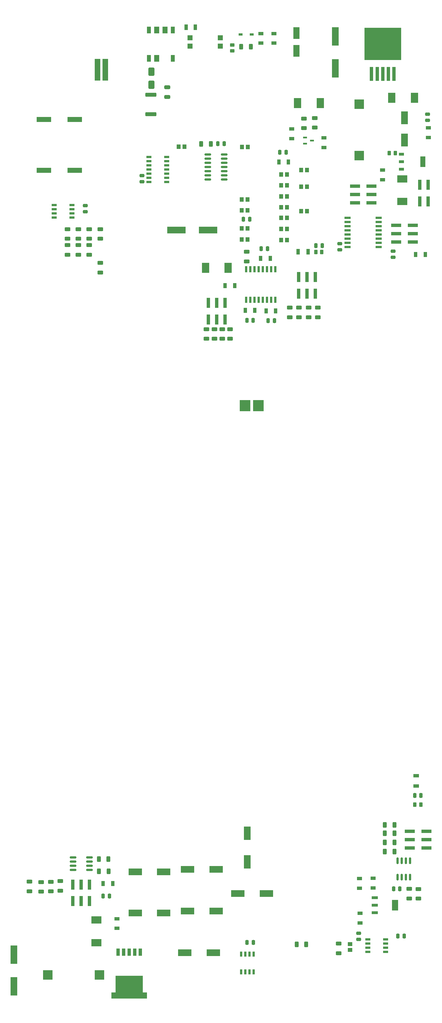
<source format=gtp>
G04 #@! TF.GenerationSoftware,KiCad,Pcbnew,9.0.3*
G04 #@! TF.CreationDate,2025-10-08T14:24:11+02:00*
G04 #@! TF.ProjectId,LLC_DCDC_V4,4c4c435f-4443-4444-935f-56342e6b6963,rev?*
G04 #@! TF.SameCoordinates,Original*
G04 #@! TF.FileFunction,Paste,Top*
G04 #@! TF.FilePolarity,Positive*
%FSLAX46Y46*%
G04 Gerber Fmt 4.6, Leading zero omitted, Abs format (unit mm)*
G04 Created by KiCad (PCBNEW 9.0.3) date 2025-10-08 14:24:11*
%MOMM*%
%LPD*%
G01*
G04 APERTURE LIST*
G04 Aperture macros list*
%AMRoundRect*
0 Rectangle with rounded corners*
0 $1 Rounding radius*
0 $2 $3 $4 $5 $6 $7 $8 $9 X,Y pos of 4 corners*
0 Add a 4 corners polygon primitive as box body*
4,1,4,$2,$3,$4,$5,$6,$7,$8,$9,$2,$3,0*
0 Add four circle primitives for the rounded corners*
1,1,$1+$1,$2,$3*
1,1,$1+$1,$4,$5*
1,1,$1+$1,$6,$7*
1,1,$1+$1,$8,$9*
0 Add four rect primitives between the rounded corners*
20,1,$1+$1,$2,$3,$4,$5,0*
20,1,$1+$1,$4,$5,$6,$7,0*
20,1,$1+$1,$6,$7,$8,$9,0*
20,1,$1+$1,$8,$9,$2,$3,0*%
G04 Aperture macros list end*
%ADD10RoundRect,0.250000X-0.312500X-0.625000X0.312500X-0.625000X0.312500X0.625000X-0.312500X0.625000X0*%
%ADD11R,3.150000X2.250000*%
%ADD12R,4.100000X2.000000*%
%ADD13R,1.600000X1.050000*%
%ADD14RoundRect,0.250000X0.625000X-0.312500X0.625000X0.312500X-0.625000X0.312500X-0.625000X-0.312500X0*%
%ADD15R,2.050000X4.000000*%
%ADD16RoundRect,0.250000X-0.250000X-0.475000X0.250000X-0.475000X0.250000X0.475000X-0.250000X0.475000X0*%
%ADD17RoundRect,0.250000X-0.262500X-0.450000X0.262500X-0.450000X0.262500X0.450000X-0.262500X0.450000X0*%
%ADD18R,1.500000X0.650000*%
%ADD19R,1.150000X1.450000*%
%ADD20R,1.050000X1.600000*%
%ADD21RoundRect,0.250000X-0.625000X0.312500X-0.625000X-0.312500X0.625000X-0.312500X0.625000X0.312500X0*%
%ADD22RoundRect,0.250000X-0.450000X0.262500X-0.450000X-0.262500X0.450000X-0.262500X0.450000X0.262500X0*%
%ADD23R,5.700000X2.000000*%
%ADD24R,3.000000X2.900000*%
%ADD25R,3.150000X1.000000*%
%ADD26R,1.000000X3.150000*%
%ADD27RoundRect,0.150000X0.825000X0.150000X-0.825000X0.150000X-0.825000X-0.150000X0.825000X-0.150000X0*%
%ADD28RoundRect,0.250000X0.250000X0.475000X-0.250000X0.475000X-0.250000X-0.475000X0.250000X-0.475000X0*%
%ADD29R,0.650000X1.528000*%
%ADD30R,2.250000X3.150000*%
%ADD31R,1.600000X1.500000*%
%ADD32RoundRect,0.250000X0.650000X-1.000000X0.650000X1.000000X-0.650000X1.000000X-0.650000X-1.000000X0*%
%ADD33R,1.050000X1.800000*%
%ADD34RoundRect,0.250000X0.312500X0.625000X-0.312500X0.625000X-0.312500X-0.625000X0.312500X-0.625000X0*%
%ADD35R,1.800000X1.050000*%
%ADD36RoundRect,0.250000X0.475000X-0.250000X0.475000X0.250000X-0.475000X0.250000X-0.475000X-0.250000X0*%
%ADD37R,2.000000X5.700000*%
%ADD38R,1.450000X1.150000*%
%ADD39R,1.950000X0.650000*%
%ADD40R,11.180000X9.910000*%
%ADD41R,1.020000X4.320000*%
%ADD42RoundRect,0.250000X0.650000X-0.325000X0.650000X0.325000X-0.650000X0.325000X-0.650000X-0.325000X0*%
%ADD43R,1.168000X2.032000*%
%ADD44R,1.524000X2.032000*%
%ADD45RoundRect,0.250000X-0.475000X0.250000X-0.475000X-0.250000X0.475000X-0.250000X0.475000X0.250000X0*%
%ADD46RoundRect,0.250000X0.262500X0.450000X-0.262500X0.450000X-0.262500X-0.450000X0.262500X-0.450000X0*%
%ADD47RoundRect,0.150000X0.150000X-0.825000X0.150000X0.825000X-0.150000X0.825000X-0.150000X-0.825000X0*%
%ADD48RoundRect,0.150000X-0.825000X-0.150000X0.825000X-0.150000X0.825000X0.150000X-0.825000X0.150000X0*%
%ADD49R,1.850000X3.550000*%
%ADD50R,1.200000X0.750000*%
%ADD51R,4.450000X1.520000*%
%ADD52R,3.250000X3.400000*%
%ADD53R,0.650000X1.850000*%
%ADD54R,2.900000X3.000000*%
%ADD55R,1.500000X3.200000*%
%ADD56R,1.500000X0.900000*%
%ADD57R,1.050000X1.820000*%
%ADD58R,1.250000X0.600000*%
%ADD59R,2.000000X4.100000*%
%ADD60R,8.330000X5.080000*%
%ADD61R,10.800000X1.910000*%
%ADD62R,1.070000X2.160000*%
%ADD63RoundRect,0.250000X1.425000X-0.362500X1.425000X0.362500X-1.425000X0.362500X-1.425000X-0.362500X0*%
%ADD64R,1.750000X6.600000*%
%ADD65R,1.525000X0.650000*%
%ADD66R,1.850000X3.200000*%
%ADD67R,1.850000X0.900000*%
G04 APERTURE END LIST*
D10*
X116102500Y-311680000D03*
X113177500Y-311680000D03*
D11*
X205630000Y-100675000D03*
X205630000Y-107575000D03*
D12*
X124210000Y-311845000D03*
X132910000Y-311845000D03*
D13*
X181710000Y-91125000D03*
X181710000Y-88175000D03*
D14*
X158190000Y-122915000D03*
X158190000Y-125840000D03*
D10*
X203235000Y-305665000D03*
X200310000Y-305665000D03*
X116072500Y-307970000D03*
X113147500Y-307970000D03*
D15*
X206290000Y-88825000D03*
X206290000Y-82125000D03*
D16*
X206190000Y-331430000D03*
X204290000Y-331430000D03*
D12*
X124210000Y-324380000D03*
X132910000Y-324380000D03*
D17*
X211262500Y-291351674D03*
X209437500Y-291351674D03*
D18*
X200520000Y-332475000D03*
X200520000Y-333745000D03*
X200520000Y-335015000D03*
X200520000Y-336285000D03*
X195120000Y-336285000D03*
X195120000Y-335015000D03*
X195120000Y-333745000D03*
X195120000Y-332475000D03*
D19*
X168710000Y-99355000D03*
X170510000Y-99355000D03*
D20*
X117405000Y-315460000D03*
X114455000Y-315460000D03*
D21*
X175650000Y-85240000D03*
X175650000Y-82315000D03*
D14*
X101390000Y-314677500D03*
X101390000Y-317602500D03*
D12*
X148850000Y-323815000D03*
X140150000Y-323815000D03*
D21*
X186250000Y-336672500D03*
X186250000Y-333747500D03*
D22*
X153810000Y-61687500D03*
X153810000Y-59862500D03*
D23*
X136740000Y-116275000D03*
X146440000Y-116275000D03*
D21*
X106880000Y-123792500D03*
X106880000Y-120867500D03*
D24*
X97600000Y-343290000D03*
X113300000Y-343290000D03*
D10*
X203235000Y-297525000D03*
X200310000Y-297525000D03*
D25*
X207892500Y-299495000D03*
X212942500Y-299495000D03*
X207892500Y-302035000D03*
X212942500Y-302035000D03*
X207892500Y-304575000D03*
X212942500Y-304575000D03*
D14*
X103570000Y-120867500D03*
X103570000Y-123792500D03*
D26*
X105170000Y-320780000D03*
X105170000Y-315730000D03*
X107710000Y-320780000D03*
X107710000Y-315730000D03*
X110250000Y-320780000D03*
X110250000Y-315730000D03*
D12*
X148850000Y-311105000D03*
X140150000Y-311105000D03*
D21*
X174150000Y-142845000D03*
X174150000Y-139920000D03*
D19*
X168710000Y-106025000D03*
X170510000Y-106025000D03*
D21*
X210530000Y-320012500D03*
X210530000Y-317087500D03*
D27*
X105285000Y-311270000D03*
X105285000Y-310000000D03*
X105285000Y-308730000D03*
X105285000Y-307460000D03*
X110235000Y-307460000D03*
X110235000Y-308730000D03*
X110235000Y-310000000D03*
X110235000Y-311270000D03*
D14*
X153150000Y-146507500D03*
X153150000Y-149432500D03*
D21*
X106880000Y-118942500D03*
X106880000Y-116017500D03*
D14*
X148340000Y-146507500D03*
X148340000Y-149432500D03*
D28*
X164739000Y-143874000D03*
X166639000Y-143874000D03*
D29*
X156495000Y-336919000D03*
X157765000Y-336919000D03*
X159035000Y-336919000D03*
X160305000Y-336919000D03*
X160305000Y-342341000D03*
X159035000Y-342341000D03*
X157765000Y-342341000D03*
X156495000Y-342341000D03*
D30*
X209310000Y-75985000D03*
X202410000Y-75985000D03*
D31*
X140920000Y-60245000D03*
X140920000Y-57705000D03*
X150140000Y-57705000D03*
X150140000Y-60245000D03*
D32*
X129170000Y-68032500D03*
X129170000Y-72032500D03*
D21*
X113610000Y-129220000D03*
X113610000Y-126295000D03*
X178910000Y-85090000D03*
X178910000Y-82165000D03*
D28*
X179290000Y-121025000D03*
X181190000Y-121025000D03*
D20*
X162435000Y-124885000D03*
X165385000Y-124885000D03*
D28*
X158260000Y-143815000D03*
X160160000Y-143815000D03*
D19*
X156660000Y-110270000D03*
X158460000Y-110270000D03*
D10*
X147260000Y-90052500D03*
X144335000Y-90052500D03*
D14*
X179850000Y-139920000D03*
X179850000Y-142845000D03*
D33*
X176930000Y-122855000D03*
X173830000Y-122855000D03*
D21*
X91990000Y-317762500D03*
X91990000Y-314837500D03*
D34*
X200310000Y-300065000D03*
X203235000Y-300065000D03*
D35*
X209820000Y-285690000D03*
X209820000Y-282590000D03*
D19*
X156760000Y-90982500D03*
X158560000Y-90982500D03*
D13*
X196710000Y-313835000D03*
X196710000Y-316785000D03*
D16*
X116350000Y-319230000D03*
X114450000Y-319230000D03*
D18*
X104950000Y-108670000D03*
X104950000Y-109940000D03*
X104950000Y-111210000D03*
X104950000Y-112480000D03*
X99550000Y-112480000D03*
X99550000Y-111210000D03*
X99550000Y-109940000D03*
X99550000Y-108670000D03*
D36*
X202780000Y-122705000D03*
X202780000Y-124605000D03*
D30*
X173710000Y-77625000D03*
X180610000Y-77625000D03*
D37*
X87220000Y-337080000D03*
X87220000Y-346780000D03*
D19*
X156660000Y-115780000D03*
X158460000Y-115780000D03*
D25*
X196240000Y-108025000D03*
X191190000Y-108025000D03*
X196240000Y-105485000D03*
X191190000Y-105485000D03*
X196240000Y-102945000D03*
X191190000Y-102945000D03*
D38*
X189660000Y-335650000D03*
X189660000Y-333850000D03*
D25*
X208810000Y-119895000D03*
X203760000Y-119895000D03*
X208810000Y-117355000D03*
X203760000Y-117355000D03*
X208810000Y-114815000D03*
X203760000Y-114815000D03*
D19*
X170470000Y-112540000D03*
X168670000Y-112540000D03*
D28*
X168310000Y-92615000D03*
X170210000Y-92615000D03*
D14*
X150740000Y-146507500D03*
X150740000Y-149432500D03*
X110190000Y-120867500D03*
X110190000Y-123792500D03*
D34*
X156537500Y-60445000D03*
X159462500Y-60445000D03*
D26*
X213470000Y-102510000D03*
X213470000Y-107560000D03*
X210930000Y-102510000D03*
X210930000Y-107560000D03*
D14*
X110190000Y-116017500D03*
X110190000Y-118942500D03*
D36*
X126290000Y-99665000D03*
X126290000Y-101565000D03*
D39*
X188966000Y-121481000D03*
X188966000Y-120211000D03*
X188966000Y-118941000D03*
X188966000Y-117671000D03*
X188966000Y-116401000D03*
X188966000Y-115131000D03*
X188966000Y-113861000D03*
X188966000Y-112591000D03*
X198416000Y-112591000D03*
X198416000Y-113861000D03*
X198416000Y-115131000D03*
X198416000Y-116401000D03*
X198416000Y-117671000D03*
X198416000Y-118941000D03*
X198416000Y-120211000D03*
X198416000Y-121481000D03*
D21*
X113610000Y-118942500D03*
X113610000Y-116017500D03*
D20*
X164090000Y-140955000D03*
X167040000Y-140955000D03*
D40*
X199650000Y-59580000D03*
D41*
X203050000Y-68725000D03*
X201350000Y-68725000D03*
X199650000Y-68725000D03*
X197950000Y-68725000D03*
X196250000Y-68725000D03*
D13*
X192780000Y-327415000D03*
X192780000Y-324465000D03*
D42*
X133950000Y-72750000D03*
X133950000Y-75700000D03*
D36*
X213350000Y-80975000D03*
X213350000Y-82875000D03*
D10*
X176340000Y-333970000D03*
X173415000Y-333970000D03*
D43*
X128428000Y-55355000D03*
D44*
X130790000Y-55355000D03*
X133330000Y-55355000D03*
D43*
X135692000Y-55355000D03*
X135692000Y-63991000D03*
D44*
X130790000Y-63991000D03*
D43*
X128428000Y-63991000D03*
D20*
X157735000Y-140725000D03*
X160685000Y-140725000D03*
D45*
X109040000Y-110735000D03*
X109040000Y-108835000D03*
D19*
X168710000Y-102695000D03*
X170510000Y-102695000D03*
D13*
X213570000Y-88075000D03*
X213570000Y-85125000D03*
X166490000Y-56400000D03*
X166490000Y-59350000D03*
D46*
X179260000Y-123005000D03*
X181085000Y-123005000D03*
X201649500Y-92830000D03*
X203474500Y-92830000D03*
D19*
X137460000Y-90875000D03*
X139260000Y-90875000D03*
D16*
X204860000Y-317060000D03*
X202960000Y-317060000D03*
D20*
X209660000Y-123755000D03*
X212610000Y-123755000D03*
D47*
X204197500Y-308507500D03*
X205467500Y-308507500D03*
X206737500Y-308507500D03*
X208007500Y-308507500D03*
X208007500Y-313457500D03*
X206737500Y-313457500D03*
X205467500Y-313457500D03*
X204197500Y-313457500D03*
D14*
X103570000Y-116017500D03*
X103570000Y-118942500D03*
D48*
X151305000Y-93242500D03*
X151305000Y-94512500D03*
X151305000Y-95782500D03*
X151305000Y-97052500D03*
X151305000Y-98322500D03*
X151305000Y-99592500D03*
X151305000Y-100862500D03*
X146355000Y-100862500D03*
X146355000Y-99592500D03*
X146355000Y-98322500D03*
X146355000Y-97052500D03*
X146355000Y-95782500D03*
X146355000Y-94512500D03*
X146355000Y-93242500D03*
D49*
X173310000Y-56285000D03*
X173310000Y-61685000D03*
D19*
X176560000Y-97960000D03*
X174760000Y-97960000D03*
D13*
X162500000Y-56400000D03*
X162500000Y-59350000D03*
D50*
X156350000Y-56671000D03*
X159750000Y-56671000D03*
D20*
X151615000Y-133225000D03*
X154565000Y-133225000D03*
D19*
X170470000Y-119360000D03*
X168670000Y-119360000D03*
D21*
X98500000Y-317832500D03*
X98500000Y-314907500D03*
X207720000Y-319962500D03*
X207720000Y-317037500D03*
D26*
X146550000Y-143522500D03*
X146550000Y-138472500D03*
X149090000Y-143522500D03*
X149090000Y-138472500D03*
X151630000Y-143522500D03*
X151630000Y-138472500D03*
D19*
X176560000Y-103120000D03*
X174760000Y-103120000D03*
D51*
X105780000Y-98045000D03*
X105780000Y-82555000D03*
X96380000Y-98045000D03*
X96380000Y-82555000D03*
D19*
X170480000Y-109335000D03*
X168680000Y-109335000D03*
D52*
X161760000Y-169815000D03*
X157660000Y-169815000D03*
D53*
X166905000Y-137550000D03*
X165635000Y-137550000D03*
X164365000Y-137550000D03*
X163095000Y-137550000D03*
X161825000Y-137550000D03*
X160555000Y-137550000D03*
X159285000Y-137550000D03*
X158015000Y-137550000D03*
X158015000Y-128200000D03*
X159285000Y-128200000D03*
X160555000Y-128200000D03*
X161825000Y-128200000D03*
X163095000Y-128200000D03*
X164365000Y-128200000D03*
X165635000Y-128200000D03*
X166905000Y-128200000D03*
D13*
X118670000Y-326145000D03*
X118670000Y-329095000D03*
D12*
X164180000Y-318480000D03*
X155480000Y-318480000D03*
D19*
X156660000Y-119200000D03*
X158460000Y-119200000D03*
D28*
X157185000Y-113020000D03*
X159085000Y-113020000D03*
D54*
X192500000Y-93595000D03*
X192500000Y-77895000D03*
D19*
X158460000Y-106970000D03*
X156660000Y-106970000D03*
X174760000Y-110570000D03*
X176560000Y-110570000D03*
D13*
X171900000Y-88435000D03*
X171900000Y-85485000D03*
D55*
X211840000Y-95475000D03*
D56*
X205340000Y-97775000D03*
X205340000Y-95475000D03*
X205340000Y-93175000D03*
D11*
X112370000Y-326550000D03*
X112370000Y-333450000D03*
D16*
X211320000Y-288571674D03*
X209420000Y-288571674D03*
D21*
X145910000Y-149432500D03*
X145910000Y-146507500D03*
D12*
X148000000Y-336470000D03*
X139300000Y-336470000D03*
D13*
X192570000Y-313885000D03*
X192570000Y-316835000D03*
D28*
X162630000Y-121935000D03*
X164530000Y-121935000D03*
D36*
X186601000Y-120426000D03*
X186601000Y-122326000D03*
X192350000Y-330550000D03*
X192350000Y-332450000D03*
D57*
X142550000Y-54505000D03*
X139770000Y-54505000D03*
D16*
X160220000Y-333380000D03*
X158320000Y-333380000D03*
D14*
X177040000Y-139920000D03*
X177040000Y-142845000D03*
D58*
X178070000Y-89045000D03*
X175970000Y-89995000D03*
X175970000Y-88095000D03*
D59*
X158390000Y-308780000D03*
X158390000Y-300080000D03*
D26*
X174060000Y-135645000D03*
X174060000Y-130595000D03*
X176600000Y-135645000D03*
X176600000Y-130595000D03*
X179140000Y-135645000D03*
X179140000Y-130595000D03*
D14*
X171280000Y-139920000D03*
X171280000Y-142845000D03*
D60*
X122390000Y-346054000D03*
D61*
X122390000Y-349550000D03*
D62*
X118990000Y-336335000D03*
X120690000Y-336335000D03*
X122390000Y-336335000D03*
X124090000Y-336335000D03*
X125790000Y-336335000D03*
D37*
X185180000Y-57305000D03*
X185180000Y-67005000D03*
D63*
X128990000Y-75090000D03*
X128990000Y-81015000D03*
D30*
X145640000Y-127765000D03*
X152540000Y-127765000D03*
D64*
X115070000Y-67455000D03*
X112770000Y-67455000D03*
D19*
X170510000Y-115980000D03*
X168710000Y-115980000D03*
D13*
X199570000Y-98005000D03*
X199570000Y-100955000D03*
D20*
X167980000Y-95565000D03*
X170930000Y-95565000D03*
D16*
X151310000Y-89942500D03*
X149410000Y-89942500D03*
D65*
X128420000Y-101615000D03*
X128420000Y-100345000D03*
X128420000Y-99075000D03*
X128420000Y-97805000D03*
X128420000Y-96535000D03*
X128420000Y-95265000D03*
X128420000Y-93995000D03*
X133844000Y-93995000D03*
X133844000Y-95265000D03*
X133844000Y-96535000D03*
X133844000Y-97805000D03*
X133844000Y-99075000D03*
X133844000Y-100345000D03*
X133844000Y-101615000D03*
D21*
X95520000Y-317902500D03*
X95520000Y-314977500D03*
D66*
X203440000Y-322050000D03*
D67*
X197240000Y-324350000D03*
X197240000Y-322050000D03*
X197240000Y-319750000D03*
D10*
X203235000Y-302935000D03*
X200310000Y-302935000D03*
M02*

</source>
